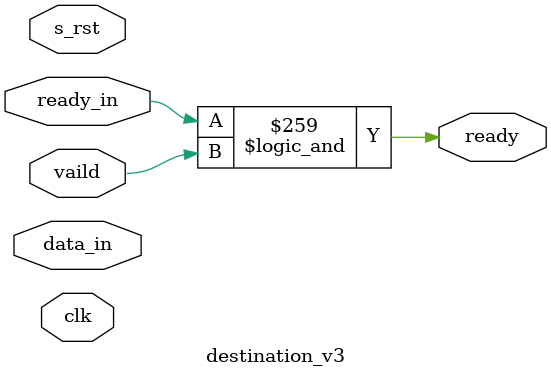
<source format=v>
module destination_v3#( 
	parameter	WIDTH = 8 ,
	parameter 	DEPTH = 256  
	)
(
	clk,
	s_rst,
	ready_in,//contrl ready
	vaild,
	data_in,

	ready
	);
localparam wt = $clog2(DEPTH);

input						clk				;
input						s_rst 			;
input						vaild 			;
input 		[WIDTH-1:0]		data_in			;

output						ready			;

input 						ready_in			;

reg 	[WIDTH-1:0] mem 	[DEPTH-1:0]	;
reg		[wt-1:0]	wr_addr				;



		
assign ready = ready_in && vaild;//the destination interface can wait for the source interface to assert valid before asserting ready 

// always @(posedge clk) begin
// 	if (s_rst == 1'b1) begin
// 		// reset
// 		ready <= 1'b0;
// 	end
// 	else begin
// 		ready <= ready_in && vaild;
// 	end
// end


always @(posedge clk) begin
	if (s_rst == 1'b1)
		wr_addr <= {wt{1'b0}};
	else if(wr_addr == (DEPTH-1) && vaild == 1'b1 && ready == 1'b1)
		wr_addr <= wr_addr;
	else if (vaild == 1'b1 && ready == 1'b1) 
		wr_addr <= wr_addr + 1'b1;

end

integer i;
always @(posedge clk)begin
	//======================= 初始化 =================
	if(s_rst == 1'b1)begin
		for(i = 0;i < DEPTH;i = i + 1)
			begin
			 	mem[i] <='d0;
			end
	end 
	//======================= end ===================
	else if(vaild == 1'b1 && ready == 1'b1)
		mem[wr_addr] <= data_in;
end
endmodule
</source>
